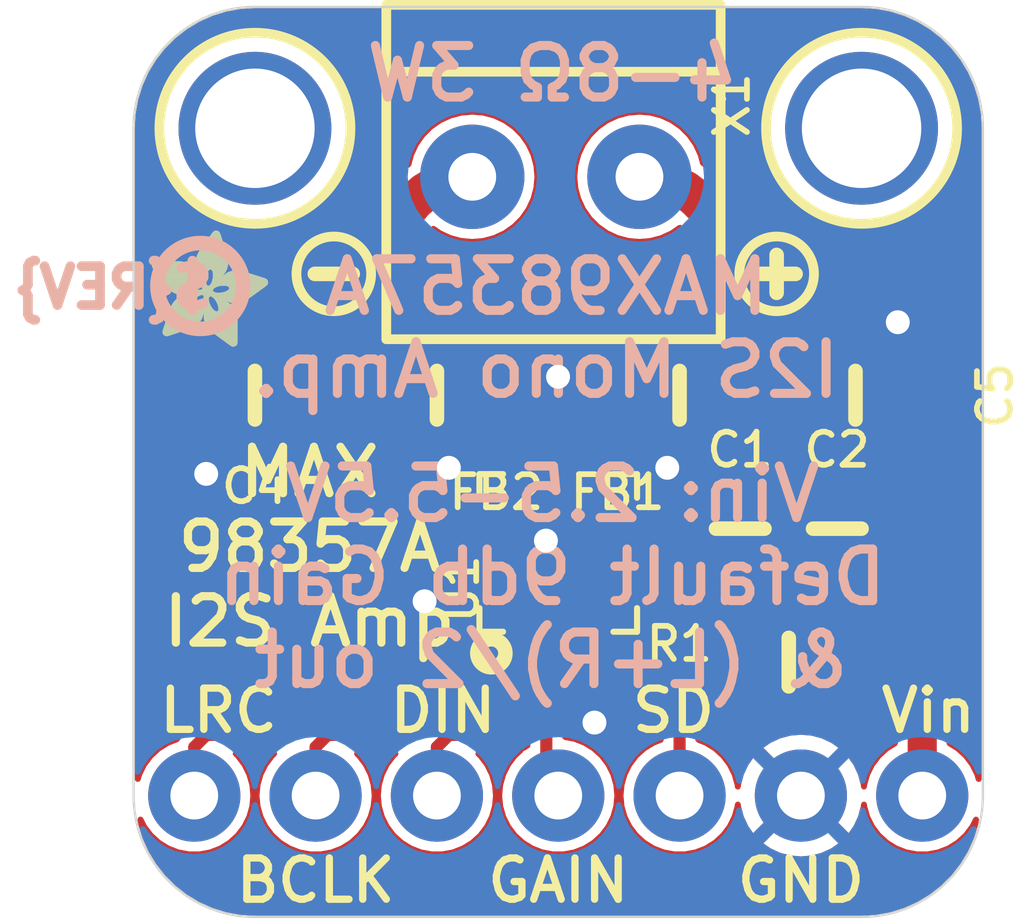
<source format=kicad_pcb>
(kicad_pcb (version 20221018) (generator pcbnew)
  (layers (0 "F.Cu" signal) (31 "B.Cu" signal) (34 "B.Paste" user) (35 "F.Paste" user) (36 "B.SilkS" user "B.Silkscreen") (37 "F.SilkS" user "F.Silkscreen") (38 "B.Mask" user) (39 "F.Mask" user) (44 "Edge.Cuts" user))
  (net 0 "")
  (net 1 "GND")
  (net 2 "VDD")
  (net 3 "SD_MODE")
  (net 4 "N$5")
  (net 5 "N$6")
  (net 6 "VO-")
  (net 7 "VO+")
  (net 8 "BCLK")
  (net 9 "LRCLK")
  (net 10 "DIN")
  (net 11 "GAIN")
  (footprint "working:SYMBOL_MINUS" (layer "F.Cu") (at 143.8021 101.0666 180)
    (fp_text reference "U$11" hide)
    (fp_text value "" hide)
  )
  (footprint "working:0805-NO" (layer "F.Cu") (at 151.0411 103.6066)
    (fp_text reference "FB1" (at -2.3495 2.032) (layer "F.SilkS") (effects (font (size 0.692831 0.692831) (thickness 0.119969)) (justify left)))
    (fp_text value "Ferrite")
    (pad "1" smd rect (at -0.95 0) (size 1.24 1.5) (layers "F.Cu" "F.Paste" "F.Mask") (net 5 "N$6"))
    (pad "2" smd rect (at 0.95 0) (size 1.24 1.5) (layers "F.Cu" "F.Paste" "F.Mask") (net 7 "VO+"))
  )
  (footprint "working:0805-NO" (layer "F.Cu") (at 154.7241 103.6066)
    (fp_text reference "C5" (at 2.921 0.762 90) (layer "F.SilkS") (effects (font (size 0.692831 0.692831) (thickness 0.119969)) (justify left)))
    (fp_text value "220pF")
    (pad "1" smd rect (at -0.95 0) (size 1.24 1.5) (layers "F.Cu" "F.Paste" "F.Mask") (net 7 "VO+"))
    (pad "2" smd rect (at 0.95 0) (size 1.24 1.5) (layers "F.Cu" "F.Paste" "F.Mask") (net 1 "GND"))
  )
  (footprint "working:0805-NO" (layer "F.Cu") (at 152.3111 106.4006 90)
    (fp_text reference "C1" (at 1.651 -0.762) (layer "F.SilkS") (effects (font (size 0.692831 0.692831) (thickness 0.119969)) (justify left)))
    (fp_text value "0.1uF")
    (pad "1" smd rect (at -0.95 0 90) (size 1.24 1.5) (layers "F.Cu" "F.Paste" "F.Mask") (net 2 "VDD"))
    (pad "2" smd rect (at 0.95 0 90) (size 1.24 1.5) (layers "F.Cu" "F.Paste" "F.Mask") (net 1 "GND"))
  )
  (footprint "working:ADAFRUIT_2.5MM" (layer "F.Cu") (at 139.9921 102.5906)
    (fp_text reference "U$14" hide)
    (fp_text value "" hide)
  )
  (footprint "working:0805-NO" (layer "F.Cu") (at 145.9611 103.6066 180)
    (fp_text reference "FB2" (at -0.1905 -2.032) (layer "F.SilkS") (effects (font (size 0.692831 0.692831) (thickness 0.119969)) (justify left)))
    (fp_text value "Ferrite")
    (pad "1" smd rect (at -0.95 0 180) (size 1.24 1.5) (layers "F.Cu" "F.Paste" "F.Mask") (net 4 "N$5"))
    (pad "2" smd rect (at 0.95 0 180) (size 1.24 1.5) (layers "F.Cu" "F.Paste" "F.Mask") (net 6 "VO-"))
  )
  (footprint "working:SYMBOL_PLUS" (layer "F.Cu") (at 153.0731 101.0666)
    (fp_text reference "U$6" hide)
    (fp_text value "" hide)
  )
  (footprint "working:1X07_ROUND_76" (layer "F.Cu") (at 148.5011 111.9886 180)
    (fp_text reference "JP1" hide)
    (fp_text value "")
    (pad "1" thru_hole circle (at -7.62 0 270) (size 1.9304 1.9304) (drill 1) (layers "*.Cu" "*.Mask") (net 2 "VDD"))
    (pad "2" thru_hole circle (at -5.08 0 270) (size 1.9304 1.9304) (drill 1) (layers "*.Cu" "*.Mask") (net 1 "GND"))
    (pad "3" thru_hole circle (at -2.54 0 270) (size 1.9304 1.9304) (drill 1) (layers "*.Cu" "*.Mask") (net 3 "SD_MODE"))
    (pad "4" thru_hole circle (at 0 0 270) (size 1.9304 1.9304) (drill 1) (layers "*.Cu" "*.Mask") (net 11 "GAIN"))
    (pad "5" thru_hole circle (at 2.54 0 270) (size 1.9304 1.9304) (drill 1) (layers "*.Cu" "*.Mask") (net 10 "DIN"))
    (pad "6" thru_hole circle (at 5.08 0 270) (size 1.9304 1.9304) (drill 1) (layers "*.Cu" "*.Mask") (net 8 "BCLK"))
    (pad "7" thru_hole circle (at 7.62 0 270) (size 1.9304 1.9304) (drill 1) (layers "*.Cu" "*.Mask") (net 9 "LRCLK"))
  )
  (footprint "working:0805-NO" (layer "F.Cu") (at 154.3431 106.4006 90)
    (fp_text reference "C2" (at 1.651 -0.762) (layer "F.SilkS") (effects (font (size 0.692831 0.692831) (thickness 0.119969)) (justify left)))
    (fp_text value "10uF")
    (pad "1" smd rect (at -0.95 0 90) (size 1.24 1.5) (layers "F.Cu" "F.Paste" "F.Mask") (net 2 "VDD"))
    (pad "2" smd rect (at 0.95 0 90) (size 1.24 1.5) (layers "F.Cu" "F.Paste" "F.Mask") (net 1 "GND"))
  )
  (footprint "working:MOUNTINGHOLE_2.5_PLATED" (layer "F.Cu") (at 154.8511 98.0186)
    (fp_text reference "U$9" hide)
    (fp_text value "MOUNTINGHOLE2.5" hide)
    (pad "P$1" thru_hole circle (at 0 0) (size 3.2 3.2) (drill 2.5) (layers "*.Cu" "*.Mask"))
    (zone (net 0) (net_name "") (layer "F.Cu") (connect_pads (clearance 0)) (min_thickness 0.25)
      (keepout (tracks not_allowed) (vias not_allowed) (pads not_allowed) (copperpour not_allowed) (footprints allowed))
      (fill (thermal_gap 0.5) (thermal_bridge_width 0.5))
      (polygon (pts (xy 156.8671 98.0186) (xy 156.84748 97.738027) (xy 156.789004 97.462915) (xy 156.692808 97.198619) (xy 156.560765 96.950283) (xy 156.395446 96.72274) (xy 156.200067 96.52042) (xy 155.978433 96.34726) (xy 155.734856 96.206631) (xy 155.474078 96.10127) (xy 155.201175 96.033228) (xy 154.921457 96.003828) (xy 154.640371 96.013644) (xy 154.363385 96.062484) (xy 154.095893 96.149397) (xy 153.8431 96.272693) (xy 153.609926 96.42997) (xy 153.400911 96.618169) (xy 153.220122 96.833625) (xy 153.071078 97.072145) (xy 152.95668 97.329087) (xy 152.879154 97.59945) (xy 152.840011 97.877971) (xy 152.840011 98.159229) (xy 152.879154 98.43775) (xy 152.95668 98.708113) (xy 153.071078 98.965055) (xy 153.220122 99.203575) (xy 153.400911 99.419031) (xy 153.609926 99.60723) (xy 153.8431 99.764507) (xy 154.095893 99.887803) (xy 154.363385 99.974716) (xy 154.640371 100.023556) (xy 154.921457 100.033372) (xy 155.201175 100.003972) (xy 155.474078 99.93593) (xy 155.734856 99.830569) (xy 155.978433 99.68994) (xy 156.200067 99.51678) (xy 156.395446 99.31446) (xy 156.560765 99.086917) (xy 156.692808 98.838581) (xy 156.789004 98.574285) (xy 156.84748 98.299173)))
      (polygon (pts (xy 154.8351 98.0186) (xy 154.839786 98.029914) (xy 154.8511 98.0346) (xy 154.862414 98.029914) (xy 154.8671 98.0186) (xy 154.862414 98.007286) (xy 154.8511 98.0026) (xy 154.839786 98.007286)))
    )
    (zone (net 0) (net_name "") (layer "B.Cu") (connect_pads (clearance 0)) (min_thickness 0.25)
      (keepout (tracks not_allowed) (vias not_allowed) (pads not_allowed) (copperpour not_allowed) (footprints allowed))
      (fill (thermal_gap 0.5) (thermal_bridge_width 0.5))
      (polygon (pts (xy 156.8671 98.0186) (xy 156.84748 97.738027) (xy 156.789004 97.462915) (xy 156.692808 97.198619) (xy 156.560765 96.950283) (xy 156.395446 96.72274) (xy 156.200067 96.52042) (xy 155.978433 96.34726) (xy 155.734856 96.206631) (xy 155.474078 96.10127) (xy 155.201175 96.033228) (xy 154.921457 96.003828) (xy 154.640371 96.013644) (xy 154.363385 96.062484) (xy 154.095893 96.149397) (xy 153.8431 96.272693) (xy 153.609926 96.42997) (xy 153.400911 96.618169) (xy 153.220122 96.833625) (xy 153.071078 97.072145) (xy 152.95668 97.329087) (xy 152.879154 97.59945) (xy 152.840011 97.877971) (xy 152.840011 98.159229) (xy 152.879154 98.43775) (xy 152.95668 98.708113) (xy 153.071078 98.965055) (xy 153.220122 99.203575) (xy 153.400911 99.419031) (xy 153.609926 99.60723) (xy 153.8431 99.764507) (xy 154.095893 99.887803) (xy 154.363385 99.974716) (xy 154.640371 100.023556) (xy 154.921457 100.033372) (xy 155.201175 100.003972) (xy 155.474078 99.93593) (xy 155.734856 99.830569) (xy 155.978433 99.68994) (xy 156.200067 99.51678) (xy 156.395446 99.31446) (xy 156.560765 99.086917) (xy 156.692808 98.838581) (xy 156.789004 98.574285) (xy 156.84748 98.299173)))
      (polygon (pts (xy 154.8351 98.0186) (xy 154.839786 98.029914) (xy 154.8511 98.0346) (xy 154.862414 98.029914) (xy 154.8671 98.0186) (xy 154.862414 98.007286) (xy 154.8511 98.0026) (xy 154.839786 98.007286)))
    )
  )
  (footprint "working:QFN16_3MM" (layer "F.Cu") (at 148.5011 106.9086 90)
    (fp_text reference "U1" (at -1.524 -2.032 90) (layer "F.SilkS") (effects (font (size 0.692831 0.692831) (thickness 0.119969)) (justify left)))
    (fp_text value "MAX98357A")
    (pad "1" smd rect (at -1.5 -0.75 90) (size 0.8 0.28) (layers "F.Cu" "F.Paste") (net 10 "DIN"))
    (pad "2" smd rect (at -1.5 -0.25 90) (size 0.8 0.28) (layers "F.Cu" "F.Paste") (net 11 "GAIN"))
    (pad "3" smd rect (at -1.5 0.25 90) (size 0.8 0.28) (layers "F.Cu" "F.Paste") (net 1 "GND"))
    (pad "4" smd rect (at -1.5 0.75 90) (size 0.8 0.28) (layers "F.Cu" "F.Paste") (net 3 "SD_MODE"))
    (pad "5" smd rect (at -0.75 1.5 180) (size 0.8 0.28) (layers "F.Cu" "F.Paste"))
    (pad "6" smd rect (at -0.25 1.5 180) (size 0.8 0.28) (layers "F.Cu" "F.Paste"))
    (pad "7" smd rect (at 0.25 1.5 180) (size 0.8 0.28) (layers "F.Cu" "F.Paste") (net 2 "VDD"))
    (pad "8" smd rect (at 0.75 1.5 180) (size 0.8 0.28) (layers "F.Cu" "F.Paste") (net 2 "VDD"))
    (pad "9" smd rect (at 1.5 0.75 270) (size 0.8 0.28) (layers "F.Cu" "F.Paste") (net 5 "N$6"))
    (pad "10" smd rect (at 1.5 0.25 270) (size 0.8 0.28) (layers "F.Cu" "F.Paste") (net 4 "N$5"))
    (pad "11" smd rect (at 1.5 -0.25 270) (size 0.8 0.28) (layers "F.Cu" "F.Paste") (net 1 "GND"))
    (pad "12" smd rect (at 1.5 -0.75 270) (size 0.8 0.28) (layers "F.Cu" "F.Paste"))
    (pad "13" smd rect (at 0.75 -1.5) (size 0.8 0.28) (layers "F.Cu" "F.Paste"))
    (pad "14" smd rect (at 0.25 -1.5) (size 0.8 0.28) (layers "F.Cu" "F.Paste") (net 9 "LRCLK"))
    (pad "15" smd rect (at -0.25 -1.5) (size 0.8 0.28) (layers "F.Cu" "F.Paste") (net 1 "GND"))
    (pad "16" smd rect (at -0.75 -1.5) (size 0.8 0.28) (layers "F.Cu" "F.Paste") (net 8 "BCLK"))
    (pad "THERMAL" smd rect (at 0 0 90) (size 1.5 1.5) (layers "F.Cu" "F.Mask") (net 1 "GND"))
  )
  (footprint "working:0805-NO" (layer "F.Cu") (at 153.3271 109.1946)
    (fp_text reference "R1" (at -3.048 -0.381) (layer "F.SilkS") (effects (font (size 0.692831 0.692831) (thickness 0.119969)) (justify left)))
    (fp_text value "1M")
    (pad "1" smd rect (at -0.95 0) (size 1.24 1.5) (layers "F.Cu" "F.Paste" "F.Mask") (net 3 "SD_MODE"))
    (pad "2" smd rect (at 0.95 0) (size 1.24 1.5) (layers "F.Cu" "F.Paste" "F.Mask") (net 2 "VDD"))
  )
  (footprint "working:MOUNTINGHOLE_2.5_PLATED" (layer "F.Cu") (at 142.1511 98.0186)
    (fp_text reference "U$10" hide)
    (fp_text value "MOUNTINGHOLE2.5" hide)
    (pad "P$1" thru_hole circle (at 0 0) (size 3.2 3.2) (drill 2.5) (layers "*.Cu" "*.Mask"))
    (zone (net 0) (net_name "") (layer "F.Cu") (connect_pads (clearance 0)) (min_thickness 0.25)
      (keepout (tracks not_allowed) (vias not_allowed) (pads not_allowed) (copperpour not_allowed) (footprints allowed))
      (fill (thermal_gap 0.5) (thermal_bridge_width 0.5))
      (polygon (pts (xy 144.1671 98.0186) (xy 144.14748 97.738027) (xy 144.089004 97.462915) (xy 143.992808 97.198619) (xy 143.860765 96.950283) (xy 143.695446 96.72274) (xy 143.500067 96.52042) (xy 143.278433 96.34726) (xy 143.034856 96.206631) (xy 142.774078 96.10127) (xy 142.501175 96.033228) (xy 142.221457 96.003828) (xy 141.940371 96.013644) (xy 141.663385 96.062484) (xy 141.395893 96.149397) (xy 141.1431 96.272693) (xy 140.909926 96.42997) (xy 140.700911 96.618169) (xy 140.520122 96.833625) (xy 140.371078 97.072145) (xy 140.25668 97.329087) (xy 140.179154 97.59945) (xy 140.140011 97.877971) (xy 140.140011 98.159229) (xy 140.179154 98.43775) (xy 140.25668 98.708113) (xy 140.371078 98.965055) (xy 140.520122 99.203575) (xy 140.700911 99.419031) (xy 140.909926 99.60723) (xy 141.1431 99.764507) (xy 141.395893 99.887803) (xy 141.663385 99.974716) (xy 141.940371 100.023556) (xy 142.221457 100.033372) (xy 142.501175 100.003972) (xy 142.774078 99.93593) (xy 143.034856 99.830569) (xy 143.278433 99.68994) (xy 143.500067 99.51678) (xy 143.695446 99.31446) (xy 143.860765 99.086917) (xy 143.992808 98.838581) (xy 144.089004 98.574285) (xy 144.14748 98.299173)))
      (polygon (pts (xy 142.1351 98.0186) (xy 142.139786 98.029914) (xy 142.1511 98.0346) (xy 142.162414 98.029914) (xy 142.1671 98.0186) (xy 142.162414 98.007286) (xy 142.1511 98.0026) (xy 142.139786 98.007286)))
    )
    (zone (net 0) (net_name "") (layer "B.Cu") (connect_pads (clearance 0)) (min_thickness 0.25)
      (keepout (tracks not_allowed) (vias not_allowed) (pads not_allowed) (copperpour not_allowed) (footprints allowed))
      (fill (thermal_gap 0.5) (thermal_bridge_width 0.5))
      (polygon (pts (xy 144.1671 98.0186) (xy 144.14748 97.738027) (xy 144.089004 97.462915) (xy 143.992808 97.198619) (xy 143.860765 96.950283) (xy 143.695446 96.72274) (xy 143.500067 96.52042) (xy 143.278433 96.34726) (xy 143.034856 96.206631) (xy 142.774078 96.10127) (xy 142.501175 96.033228) (xy 142.221457 96.003828) (xy 141.940371 96.013644) (xy 141.663385 96.062484) (xy 141.395893 96.149397) (xy 141.1431 96.272693) (xy 140.909926 96.42997) (xy 140.700911 96.618169) (xy 140.520122 96.833625) (xy 140.371078 97.072145) (xy 140.25668 97.329087) (xy 140.179154 97.59945) (xy 140.140011 97.877971) (xy 140.140011 98.159229) (xy 140.179154 98.43775) (xy 140.25668 98.708113) (xy 140.371078 98.965055) (xy 140.520122 99.203575) (xy 140.700911 99.419031) (xy 140.909926 99.60723) (xy 141.1431 99.764507) (xy 141.395893 99.887803) (xy 141.663385 99.974716) (xy 141.940371 100.023556) (xy 142.221457 100.033372) (xy 142.501175 100.003972) (xy 142.774078 99.93593) (xy 143.034856 99.830569) (xy 143.278433 99.68994) (xy 143.500067 99.51678) (xy 143.695446 99.31446) (xy 143.860765 99.086917) (xy 143.992808 98.838581) (xy 144.089004 98.574285) (xy 144.14748 98.299173)))
      (polygon (pts (xy 142.1351 98.0186) (xy 142.139786 98.029914) (xy 142.1511 98.0346) (xy 142.162414 98.029914) (xy 142.1671 98.0186) (xy 142.162414 98.007286) (xy 142.1511 98.0026) (xy 142.139786 98.007286)))
    )
  )
  (footprint "working:TERMBLOCK_1X2-3.5MM" (layer "F.Cu") (at 148.5011 99.0346 180)
    (fp_text reference "X1" (at -3.636 2.238 90) (layer "F.SilkS") (effects (font (size 0.692831 0.692831) (thickness 0.119969)) (justify right)))
    (fp_text value "")
    (pad "1" thru_hole circle (at 1.8 0 180) (size 2.1844 2.1844) (drill 1) (layers "*.Cu" "*.Mask") (net 6 "VO-"))
    (pad "2" thru_hole circle (at -1.7 0 180) (size 2.1844 2.1844) (drill 1) (layers "*.Cu" "*.Mask") (net 7 "VO+"))
  )
  (footprint "working:FIDUCIAL_1MM" (layer "F.Cu") (at 156.2481 106.5276)
    (fp_text reference "FID1" hide)
    (fp_text value "FIDUCIAL\"\"" hide)
    (pad "1" smd roundrect (at 0 0) (size 1 1) (layers "F.Cu" "F.Mask") (roundrect_rratio 0.5))
  )
  (footprint "working:0805-NO" (layer "F.Cu") (at 142.1511 103.6066 180)
    (fp_text reference "C4" (at 0.762 -1.905) (layer "F.SilkS") (effects (font (size 0.692831 0.692831) (thickness 0.119969)) (justify left)))
    (fp_text value "220pF")
    (pad "1" smd rect (at -0.95 0 180) (size 1.24 1.5) (layers "F.Cu" "F.Paste" "F.Mask") (net 6 "VO-"))
    (pad "2" smd rect (at 0.95 0 180) (size 1.24 1.5) (layers "F.Cu" "F.Paste" "F.Mask") (net 1 "GND"))
  )
  (footprint "working:FIDUCIAL_1MM" (layer "F.Cu") (at 146.0881 96.7486)
    (fp_text reference "FID2" hide)
    (fp_text value "FIDUCIAL\"\"" hide)
    (pad "1" smd roundrect (at 0 0) (size 1 1) (layers "F.Cu" "F.Mask") (roundrect_rratio 0.5))
  )
  (footprint "working:PCBFEAT-REV-040" (layer "B.Cu") (at 141.0081 101.3206 180)
    (fp_text reference "U$15" hide)
    (fp_text value "" hide)
    (fp_text user "${REV}" (at -0.3556 -0.508) (layer "B.SilkS") (effects (font (size 0.8128 0.8128) (thickness 0.2032)) (justify left bottom mirror)))
  )
  (gr_arc (start 154.8511 95.4786) (mid 156.647151 96.222549) (end 157.3911 98.0186) (stroke (width 0.05)) (layer "Edge.Cuts"))
  (gr_arc (start 139.6111 98.0186) (mid 140.355049 96.222549) (end 142.1511 95.4786) (stroke (width 0.05)) (layer "Edge.Cuts"))
  (gr_line (start 142.1511 95.4786) (end 154.8511 95.4786) (stroke (width 0.05)) (layer "Edge.Cuts"))
  (gr_line (start 154.8511 114.5286) (end 142.1511 114.5286) (stroke (width 0.05)) (layer "Edge.Cuts"))
  (gr_line (start 157.3911 98.0186) (end 157.3911 111.9886) (stroke (width 0.05)) (layer "Edge.Cuts"))
  (gr_line (start 139.6111 111.9886) (end 139.6111 98.0186) (stroke (width 0.05)) (layer "Edge.Cuts"))
  (gr_arc (start 157.3911 111.9886) (mid 156.647151 113.784651) (end 154.8511 114.5286) (stroke (width 0.05)) (layer "Edge.Cuts"))
  (gr_arc (start 142.1511 114.5286) (mid 140.355049 113.784651) (end 139.6111 111.9886) (stroke (width 0.05)) (layer "Edge.Cuts"))
  (gr_text "4-8Ω 3W" (at 148.3741 96.8756) (layer "B.SilkS") (effects (font (size 1.0795 1.0795) (thickness 0.1905)) (justify mirror)))
  (gr_text "MAX98357A\nI2S Mono Amp." (at 148.2471 102.2096) (layer "B.SilkS") (effects (font (size 1.0795 1.0795) (thickness 0.1905)) (justify mirror)))
  (gr_text "Vin: 2.5-5.5V\nDefault 9db Gain\n& (L+R)/2 out" (at 148.3741 107.4166) (layer "B.SilkS") (effects (font (size 1.0795 1.0795) (thickness 0.1905)) (justify mirror)))
  (gr_text "Vin" (at 156.2481 110.2106) (layer "F.SilkS") (effects (font (size 0.8636 0.8636) (thickness 0.1524))))
  (gr_text "LRC" (at 141.3891 110.2106) (layer "F.SilkS") (effects (font (size 0.8636 0.8636) (thickness 0.1524))))
  (gr_text "GAIN" (at 148.5011 113.7666) (layer "F.SilkS") (effects (font (size 0.8636 0.8636) (thickness 0.1524))))
  (gr_text "MAX\n98357A\nI2S Amp" (at 143.2941 106.7816) (layer "F.SilkS") (effects (font (size 0.97155 0.97155) (thickness 0.17145))))
  (gr_text "DIN" (at 146.0881 110.2106) (layer "F.SilkS") (effects (font (size 0.8636 0.8636) (thickness 0.1524))))
  (gr_text "BCLK" (at 143.4211 113.7666) (layer "F.SilkS") (effects (font (size 0.8636 0.8636) (thickness 0.1524))))
  (gr_text "GND" (at 153.5811 113.7666) (layer "F.SilkS") (effects (font (size 0.8636 0.8636) (thickness 0.1524))))
  (gr_text "SD" (at 150.9141 110.2106) (layer "F.SilkS") (effects (font (size 0.8636 0.8636) (thickness 0.1524))))
  (segment (start 148.346771 107.13957) (end 148.427877 107.085377) (width 0.254) (layer "F.Cu") (net 1))
  (segment (start 148.2511 105.4086) (end 148.2511 106.6586) (width 0.254) (layer "F.Cu") (net 1))
  (segment (start 148.2511 107.1586) (end 148.2511 107.1586) (width 0.254) (layer "F.Cu") (net 1))
  (segment (start 148.73207 107.062929) (end 148.677877 106.981823) (width 0.254) (layer "F.Cu") (net 1))
  (segment (start 148.2511 106.6586) (end 148.27013 106.754271) (width 0.254) (layer "F.Cu") (net 1))
  (segment (start 148.677877 106.981823) (end 148.5011 106.9086) (width 0.254) (layer "F.Cu") (net 1))
  (segment (start 148.27013 106.754271) (end 148.324323 106.835377) (width 0.254) (layer "F.Cu") (net 1))
  (segment (start 148.7511 107.1586) (end 148.7511 107.1586) (width 0.254) (layer "F.Cu") (net 1))
  (segment (start 148.427877 107.085377) (end 148.5011 106.9086) (width 0.254) (layer "F.Cu") (net 1))
  (segment (start 148.7511 108.4086) (end 148.7511 107.1586) (width 0.254) (layer "F.Cu") (net 1))
  (segment (start 148.2511 106.6586) (end 148.2511 106.6586) (width 0.254) (layer "F.Cu") (net 1))
  (segment (start 147.0011 107.1586) (end 148.2511 107.1586) (width 0.254) (layer "F.Cu") (net 1))
  (segment (start 148.7511 107.1586) (end 148.73207 107.062929) (width 0.254) (layer "F.Cu") (net 1))
  (segment (start 148.324323 106.835377) (end 148.5011 106.9086) (width 0.254) (layer "F.Cu") (net 1))
  (segment (start 148.2511 107.1586) (end 148.346771 107.13957) (width 0.254) (layer "F.Cu") (net 1))
  (via (at 148.4971 103.2216) (size 0.9064) (drill 0.5) (layers "F.Cu" "B.Cu") (net 1))
  (via (at 141.1311 105.2536) (size 0.9064) (drill 0.5) (layers "F.Cu" "B.Cu") (net 1))
  (via (at 148.2431 106.6506) (size 0.9064) (drill 0.5) (layers "F.Cu" "B.Cu") (net 1))
  (via (at 145.7031 107.9206) (size 0.9064) (drill 0.5) (layers "F.Cu" "B.Cu") (net 1))
  (via (at 150.7831 105.1266) (size 0.9064) (drill 0.5) (layers "F.Cu" "B.Cu") (net 1))
  (via (at 146.2111 105.1266) (size 0.9064) (drill 0.5) (layers "F.Cu" "B.Cu") (net 1))
  (via (at 149.2591 110.4606) (size 0.9064) (drill 0.5) (layers "F.Cu" "B.Cu") (net 1))
  (via (at 155.6091 102.0786) (size 0.9064) (drill 0.5) (layers "F.Cu" "B.Cu") (net 1))
  (segment (start 154.4091 108.0516) (end 154.4091 108.0516) (width 0.6096) (layer "F.Cu") (net 2))
  (segment (start 152.3111 107.3506) (end 151.4831 107.3506) (width 0.6096) (layer "F.Cu") (net 2))
  (segment (start 154.4091 109.5706) (end 154.4091 109.5706) (width 0.4064) (layer "F.Cu") (net 2))
  (segment (start 154.259887 107.841471) (end 154.230918 107.714769) (width 0.6096) (layer "F.Cu") (net 2))
  (segment (start 156.1211 109.0676) (end 156.127071 108.866595) (width 0.6096) (layer "F.Cu") (net 2))
  (segment (start 151.4831 107.3506) (end 151.4831 107.3506) (width 0.6096) (layer "F.Cu") (net 2))
  (segment (start 156.088165 108.6693) (end 156.006331 108.48561) (width 0.6096) (layer "F.Cu") (net 2))
  (segment (start 150.373832 106.638961) (end 150.457534 106.583034) (width 0.254) (layer "F.Cu") (net 2))
  (segment (start 156.1211 109.0676) (end 156.1211 109.0676) (width 0.6096) (layer "F.Cu") (net 2))
  (segment (start 154.4091 108.0516) (end 154.320661 107.956358) (width 0.6096) (layer "F.Cu") (net 2))
  (segment (start 154.235729 107.584887) (end 154.273992 107.460676) (width 0.6096) (layer "F.Cu") (net 2))
  (segment (start 155.732246 108.194742) (end 155.3591 108.0516) (width 0.6096) (layer "F.Cu") (net 2))
  (segment (start 151.4831 107.3506) (end 151.346514 107.328967) (width 0.6096) (layer "F.Cu") (net 2))
  (segment (start 150.2751 106.6586) (end 150.373832 106.638961) (width 0.254) (layer "F.Cu") (net 2))
  (segment (start 150.0011 106.1586) (end 150.2911 106.1586) (width 0.254) (layer "F.Cu") (net 2))
  (segment (start 151.021765 106.557398) (end 150.966705 106.474995) (width 0.6096) (layer "F.Cu") (net 2))
  (segment (start 150.46222 106.22948) (end 150.5331 106.4006) (width 0.254) (layer "F.Cu") (net 2))
  (segment (start 154.321185 109.504578) (end 154.265228 109.409938) (width 0.4064) (layer "F.Cu") (net 2))
  (segment (start 150.2751 106.6586) (end 150.2751 106.6586) (width 0.254) (layer "F.Cu") (net 2))
  (segment (start 151.223299 107.266186) (end 151.125514 107.168401) (width 0.6096) (layer "F.Cu") (net 2))
  (segment (start 150.0011 106.6586) (end 150.2751 106.6586) (width 0.254) (layer "F.Cu") (net 2))
  (segment (start 151.125514 107.168401) (end 151.0411 106.9086) (width 0.6096) (layer "F.Cu") (net 2))
  (segment (start 155.3591 108.0516) (end 154.4091 108.0516) (width 0.6096) (layer "F.Cu") (net 2))
  (segment (start 150.966705 106.474995) (end 150.7871 106.4006) (width 0.6096) (layer "F.Cu") (net 2))
  (segment (start 150.2911 106.1586) (end 150.2911 106.1586) (width 0.254) (layer "F.Cu") (net 2))
  (segment (start 156.1211 111.9886) (end 156.1211 109.0676) (width 0.6096) (layer "F.Cu") (net 2))
  (segment (start 151.0411 106.6546) (end 151.0411 106.6546) (width 0.6096) (layer "F.Cu") (net 2))
  (segment (start 154.4091 109.5706) (end 154.321185 109.504578) (width 0.4064) (layer "F.Cu") (net 2))
  (segment (start 156.127071 108.866595) (end 156.088165 108.6693) (width 0.6096) (layer "F.Cu") (net 2))
  (segment (start 151.0411 106.6546) (end 151.021765 106.557398) (width 0.6096) (layer "F.Cu") (net 2))
  (segment (start 151.0411 106.9086) (end 151.0411 106.6546) (width 0.6096) (layer "F.Cu") (net 2))
  (segment (start 150.7871 106.4006) (end 150.5331 106.4006) (width 0.6096) (layer "F.Cu") (net 2))
  (segment (start 150.457534 106.583034) (end 150.5331 106.4006) (width 0.254) (layer "F.Cu") (net 2))
  (segment (start 156.006331 108.48561) (end 155.885675 108.324735) (width 0.6096) (layer "F.Cu") (net 2))
  (segment (start 154.4091 108.0516) (end 154.4091 109.5706) (width 0.4064) (layer "F.Cu") (net 2))
  (segment (start 154.230918 107.714769) (end 154.235729 107.584887) (width 0.6096) (layer "F.Cu") (net 2))
  (segment (start 154.3431 107.3506) (end 152.3111 107.3506) (width 0.6096) (layer "F.Cu") (net 2))
  (segment (start 150.383709 106.177021) (end 150.46222 106.22948) (width 0.254) (layer "F.Cu") (net 2))
  (segment (start 154.265228 109.409938) (end 154.2771 109.1946) (width 0.4064) (layer "F.Cu") (net 2))
  (segment (start 154.273992 107.460676) (end 154.3431 107.3506) (width 0.6096) (layer "F.Cu") (net 2))
  (segment (start 150.2911 106.1586) (end 150.383709 106.177021) (width 0.254) (layer "F.Cu") (net 2))
  (segment (start 155.885675 108.324735) (end 155.732246 108.194742) (width 0.6096) (layer "F.Cu") (net 2))
  (segment (start 151.346514 107.328967) (end 151.223299 107.266186) (width 0.6096) (layer "F.Cu") (net 2))
  (segment (start 154.320661 107.956358) (end 154.259887 107.841471) (width 0.6096) (layer "F.Cu") (net 2))
  (segment (start 149.7711 109.1946) (end 151.0411 109.1946) (width 0.254) (layer "F.Cu") (net 3))
  (segment (start 149.2511 108.6746) (end 149.2511 108.6746) (width 0.254) (layer "F.Cu") (net 3))
  (segment (start 149.403404 109.042296) (end 149.5111 109.124933) (width 0.254) (layer "F.Cu") (net 3))
  (segment (start 149.268819 108.809186) (end 149.320767 108.9346) (width 0.254) (layer "F.Cu") (net 3))
  (segment (start 151.0411 109.1946) (end 152.3771 109.1946) (width 0.254) (layer "F.Cu") (net 3))
  (segment (start 149.320767 108.9346) (end 149.403404 109.042296) (width 0.254) (layer "F.Cu") (net 3))
  (segment (start 149.2511 108.4086) (end 149.2511 108.6746) (width 0.254) (layer "F.Cu") (net 3))
  (segment (start 151.0411 111.9886) (end 151.0411 109.1946) (width 0.254) (layer "F.Cu") (net 3))
  (segment (start 149.5111 109.124933) (end 149.636514 109.176881) (width 0.254) (layer "F.Cu") (net 3))
  (segment (start 149.636514 109.176881) (end 149.7711 109.1946) (width 0.254) (layer "F.Cu") (net 3))
  (segment (start 149.2511 108.6746) (end 149.268819 108.809186) (width 0.254) (layer "F.Cu") (net 3))
  (segment (start 148.677877 104.441823) (end 148.5011 104.3686) (width 0.254) (layer "F.Cu") (net 4))
  (segment (start 148.7511 105.4086) (end 148.7511 104.6186) (width 0.254) (layer "F.Cu") (net 4))
  (segment (start 148.73207 104.522929) (end 148.677877 104.441823) (width 0.254) (layer "F.Cu") (net 4))
  (segment (start 148.5011 104.3686) (end 147.6731 104.3686) (width 0.254) (layer "F.Cu") (net 4))
  (segment (start 148.7511 104.6186) (end 148.7511 104.6186) (width 0.254) (layer "F.Cu") (net 4))
  (segment (start 148.7511 104.6186) (end 148.73207 104.522929) (width 0.254) (layer "F.Cu") (net 4))
  (segment (start 147.6731 104.3686) (end 146.9111 103.6066) (width 0.254) (layer "F.Cu") (net 4))
  (segment (start 149.2511 104.4466) (end 150.0911 103.6066) (width 0.254) (layer "F.Cu") (net 5))
  (segment (start 149.2511 105.4086) (end 149.2511 104.4466) (width 0.254) (layer "F.Cu") (net 5))
  (segment (start 145.933856 99.218799) (end 146.178861 99.117314) (width 0.8128) (layer "F.Cu") (net 6))
  (segment (start 145.707743 99.357361) (end 145.933856 99.218799) (width 0.8128) (layer "F.Cu") (net 6))
  (segment (start 145.031907 100.460226) (end 145.093814 100.202361) (width 0.8128) (layer "F.Cu") (net 6))
  (segment (start 145.0111 103.6066) (end 143.1011 103.6066) (width 0.8128) (layer "F.Cu") (net 6))
  (segment (start 145.0111 100.7246) (end 145.031907 100.460226) (width 0.8128) (layer "F.Cu") (net 6))
  (segment (start 145.333861 99.731243) (end 145.50609 99.52959) (width 0.8128) (layer "F.Cu") (net 6))
  (segment (start 145.0111 100.7246) (end 145.0111 100.7246) (width 0.8128) (layer "F.Cu") (net 6))
  (segment (start 146.178861 99.117314) (end 146.7011 99.0346) (width 0.8128) (layer "F.Cu") (net 6))
  (segment (start 145.50609 99.52959) (end 145.707743 99.357361) (width 0.8128) (layer "F.Cu") (net 6))
  (segment (start 145.195299 99.957356) (end 145.333861 99.731243) (width 0.8128) (layer "F.Cu") (net 6))
  (segment (start 145.0111 103.6066) (end 145.0111 100.7246) (width 0.8128) (layer "F.Cu") (net 6))
  (segment (start 145.093814 100.202361) (end 145.195299 99.957356) (width 0.8128) (layer "F.Cu") (net 6))
  (segment (start 151.168847 99.318756) (end 150.944693 99.196359) (width 0.8128) (layer "F.Cu") (net 7))
  (segment (start 153.7741 103.6066) (end 151.9911 103.6066) (width 0.8128) (layer "F.Cu") (net 7))
  (segment (start 150.944693 99.196359) (end 150.705401 99.107108) (width 0.8128) (layer "F.Cu") (net 7))
  (segment (start 150.705401 99.107108) (end 150.455844 99.05282) (width 0.8128) (layer "F.Cu") (net 7))
  (segment (start 151.9911 103.6066) (end 151.9911 100.8246) (width 0.8128) (layer "F.Cu") (net 7))
  (segment (start 151.97288 100.569856) (end 151.918592 100.320299) (width 0.8128) (layer "F.Cu") (net 7))
  (segment (start 151.373301 99.471808) (end 151.168847 99.318756) (width 0.8128) (layer "F.Cu") (net 7))
  (segment (start 151.706944 99.856853) (end 151.553892 99.652399) (width 0.8128) (layer "F.Cu") (net 7))
  (segment (start 151.553892 99.652399) (end 151.373301 99.471808) (width 0.8128) (layer "F.Cu") (net 7))
  (segment (start 150.455844 99.05282) (end 150.2011 99.0346) (width 0.8128) (layer "F.Cu") (net 7))
  (segment (start 151.9911 100.8246) (end 151.97288 100.569856) (width 0.8128) (layer "F.Cu") (net 7))
  (segment (start 151.918592 100.320299) (end 151.829341 100.081007) (width 0.8128) (layer "F.Cu") (net 7))
  (segment (start 151.9911 100.8246) (end 151.9911 100.8246) (width 0.8128) (layer "F.Cu") (net 7))
  (segment (start 151.829341 100.081007) (end 151.706944 99.856853) (width 0.8128) (layer "F.Cu") (net 7))
  (segment (start 143.4211 110.9726) (end 143.4211 111.9886) (width 0.254) (layer "F.Cu") (net 8))
  (segment (start 145.1991 110.7186) (end 143.6751 110.7186) (width 0.254) (layer "F.Cu") (net 8))
  (segment (start 147.0011 109.9326) (end 146.7231 110.2106) (width 0.254) (layer "F.Cu") (net 8))
  (segment (start 147.0011 107.6586) (end 147.0011 109.9326) (width 0.254) (layer "F.Cu") (net 8))
  (segment (start 143.6751 110.7186) (end 143.4211 110.9726) (width 0.254) (layer "F.Cu") (net 8))
  (segment (start 145.7071 110.2106) (end 145.1991 110.7186) (width 0.254) (layer "F.Cu") (net 8))
  (segment (start 146.7231 110.2106) (end 145.7071 110.2106) (width 0.254) (layer "F.Cu") (net 8))
  (segment (start 145.4491 106.6586) (end 144.6911 107.4166) (width 0.254) (layer "F.Cu") (net 9))
  (segment (start 147.0011 106.6586) (end 145.4491 106.6586) (width 0.254) (layer "F.Cu") (net 9))
  (segment (start 140.8811 110.9726) (end 140.8811 111.9886) (width 0.254) (layer "F.Cu") (net 9))
  (segment (start 142.6591 110.7186) (end 141.1351 110.7186) (width 0.254) (layer "F.Cu") (net 9))
  (segment (start 143.1671 110.2106) (end 142.6591 110.7186) (width 0.254) (layer "F.Cu") (net 9))
  (segment (start 144.4371 110.2106) (end 143.1671 110.2106) (width 0.254) (layer "F.Cu") (net 9))
  (segment (start 141.1351 110.7186) (end 140.8811 110.9726) (width 0.254) (layer "F.Cu") (net 9))
  (segment (start 144.6911 109.9566) (end 144.4371 110.2106) (width 0.254) (layer "F.Cu") (net 9))
  (segment (start 144.6911 107.4166) (end 144.6911 109.9566) (width 0.254) (layer "F.Cu") (net 9))
  (segment (start 145.9611 110.9726) (end 145.9611 111.9886) (width 0.254) (layer "F.Cu") (net 10))
  (segment (start 147.7511 108.4086) (end 147.7511 110.4526) (width 0.254) (layer "F.Cu") (net 10))
  (segment (start 146.2151 110.7186) (end 145.9611 110.9726) (width 0.254) (layer "F.Cu") (net 10))
  (segment (start 147.4851 110.7186) (end 146.2151 110.7186) (width 0.254) (layer "F.Cu") (net 10))
  (segment (start 147.7511 110.4526) (end 147.4851 110.7186) (width 0.254) (layer "F.Cu") (net 10))
  (segment (start 148.324323 111.915377) (end 148.5011 111.9886) (width 0.254) (layer "F.Cu") (net 11))
  (segment (start 148.27013 111.834271) (end 148.324323 111.915377) (width 0.254) (layer "F.Cu") (net 11))
  (segment (start 148.2511 108.4086) (end 148.2511 111.7386) (width 0.254) (layer "F.Cu") (net 11))
  (segment (start 148.2511 111.7386) (end 148.2511 111.7386) (width 0.254) (layer "F.Cu") (net 11))
  (segment (start 148.2511 111.7386) (end 148.27013 111.834271) (width 0.254) (layer "F.Cu") (net 11))
  (zone (net 1) (net_name "GND") (layer "F.Cu") (priority 6) (connect_pads (clearance 0.2032)) (min_thickness 0.127) (fill yes (thermal_gap 0.304) (thermal_bridge_width 0.304))
    (polygon (pts (xy 157.5181 114.6556) (xy 139.4841 114.6556) (xy 139.4841 95.3516) (xy 157.5181 95.3516)))
  )
  (zone (net 1) (net_name "GND") (layer "B.Cu") (priority 6) (connect_pads (clearance 0.254)) (min_thickness 0.127) (fill yes (thermal_gap 0.304) (thermal_bridge_width 0.304))
    (polygon (pts (xy 157.5181 114.6556) (xy 139.4841 114.6556) (xy 139.4841 95.3516) (xy 157.5181 95.3516)))
  )
)
</source>
